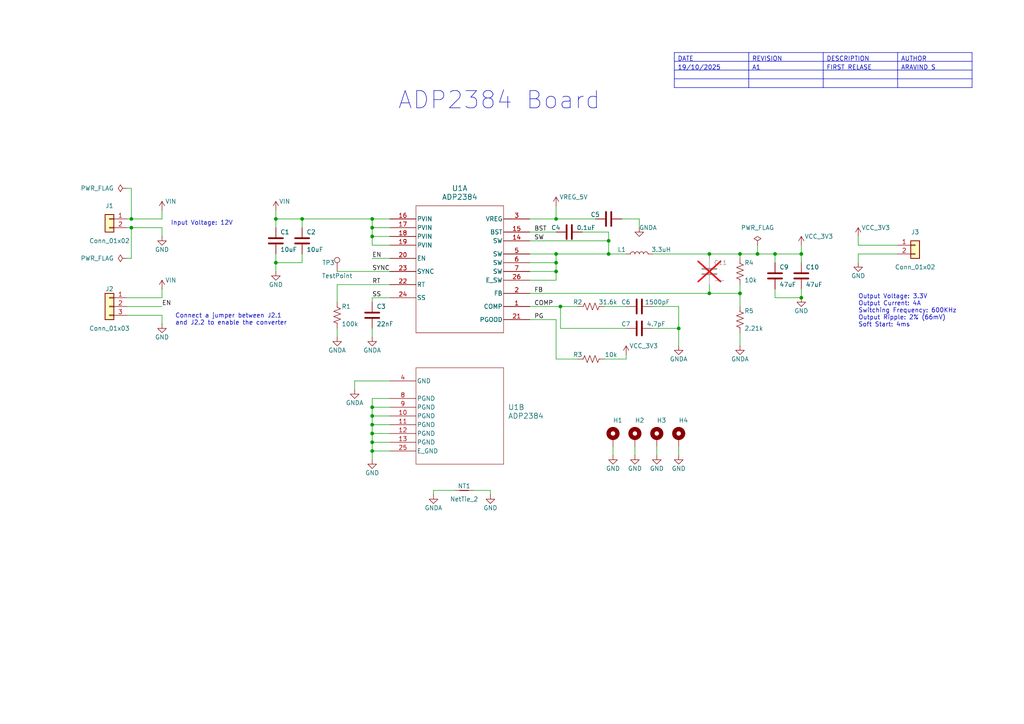
<source format=kicad_sch>
(kicad_sch (version 20250114) (generator "eeschema") (generator_version "9.0")
  (paper "A4")
  (title_block (title "ADB2384 EVL") (date "2025-10-19") (rev "A1") (company "ARD"))
  (lib_symbols
    (symbol "ADP2384:ADP2384" (pin_names (offset 0.254))
      (property "Reference" "U" (at 9.398 6.858 0))
      (property "Value" "ADP2384" (at 20.574 -34.036 0))
      (symbol "ADP2384_1_1"
        (polyline (pts (xy 7.62 5.08) (xy 7.62 -31.75)) (stroke (width 0.127)))
        (polyline (pts (xy 7.62 -31.75) (xy 33.02 -31.75)))
        (polyline (pts (xy 33.02 5.08) (xy 7.62 5.08)) (stroke (width 0.127)))
        (polyline (pts (xy 33.02 -31.75) (xy 33.02 5.08)) (stroke (width 0.127)))
        (pin power_in line (at 0 1.27 0) (length 7.62) (name "PVIN") (number "16"))
        (pin power_in line (at 0 -1.27 0) (length 7.62) (name "PVIN") (number "17"))
        (pin power_in line (at 0 -3.81 0) (length 7.62) (name "PVIN") (number "18"))
        (pin power_in line (at 0 -6.35 0) (length 7.62) (name "PVIN") (number "19"))
        (pin input line (at 0 -10.16 0) (length 7.62) (name "EN") (number "20"))
        (pin input line (at 0 -13.97 0) (length 7.62) (name "SYNC") (number "23"))
        (pin passive line (at 0 -17.78 0) (length 7.62) (name "RT") (number "22"))
        (pin passive line (at 0 -21.59 0) (length 7.62) (name "SS") (number "24"))
        (pin power_out line (at 40.64 1.27 180) (length 7.62) (name "VREG") (number "3"))
        (pin passive line (at 40.64 -2.54 180) (length 7.62) (name "BST") (number "15"))
        (pin passive line (at 40.64 -5.08 180) (length 7.62) (name "SW") (number "14"))
        (pin passive line (at 40.64 -8.89 180) (length 7.62) (name "SW") (number "5"))
        (pin passive line (at 40.64 -11.43 180) (length 7.62) (name "SW") (number "6"))
        (pin passive line (at 40.64 -13.97 180) (length 7.62) (name "SW") (number "7"))
        (pin passive line (at 40.64 -16.51 180) (length 7.62) (name "E_SW") (number "26"))
        (pin input line (at 40.64 -20.32 180) (length 7.62) (name "FB") (number "2"))
        (pin passive line (at 40.64 -24.13 180) (length 7.62) (name "COMP") (number "1"))
        (pin output line (at 40.64 -27.94 180) (length 7.62) (name "PGOOD") (number "21"))
      )
      (symbol "ADP2384_2_1"
        (polyline (pts (xy 7.62 1.27) (xy 7.62 -26.67)) (stroke (width 0.127)))
        (polyline (pts (xy 7.62 -26.67) (xy 33.02 -26.67)) (stroke (width 0.127)))
        (polyline (pts (xy 33.02 1.27) (xy 7.62 1.27)) (stroke (width 0.127)))
        (polyline (pts (xy 33.02 -26.67) (xy 33.02 1.27)) (stroke (width 0.127)))
        (pin power_in line (at 0 -2.54 0) (length 7.62) (name "GND") (number "4"))
        (pin power_in line (at 0 -7.62 0) (length 7.62) (name "PGND") (number "8"))
        (pin power_in line (at 0 -10.16 0) (length 7.62) (name "PGND") (number "9"))
        (pin power_in line (at 0 -12.7 0) (length 7.62) (name "PGND") (number "10"))
        (pin power_in line (at 0 -15.24 0) (length 7.62) (name "PGND") (number "11"))
        (pin power_in line (at 0 -17.78 0) (length 7.62) (name "PGND") (number "12"))
        (pin power_in line (at 0 -20.32 0) (length 7.62) (name "PGND") (number "13"))
        (pin power_in line (at 0 -22.86 0) (length 7.62) (name "E_GND") (number "25"))
      )
    )
    (symbol "ADP2384_1" (pin_names (offset 0.254))
      (property "Reference" "U" (at 9.398 6.858 0))
      (property "Value" "ADP2384" (at 20.574 -34.036 0))
      (symbol "ADP2384_1_1_1"
        (polyline (pts (xy 7.62 5.08) (xy 7.62 -31.75)) (stroke (width 0.127)))
        (polyline (pts (xy 7.62 -31.75) (xy 33.02 -31.75)))
        (polyline (pts (xy 33.02 5.08) (xy 7.62 5.08)) (stroke (width 0.127)))
        (polyline (pts (xy 33.02 -31.75) (xy 33.02 5.08)) (stroke (width 0.127)))
        (pin power_in line (at 0 1.27 0) (length 7.62) (name "PVIN") (number "16"))
        (pin power_in line (at 0 -1.27 0) (length 7.62) (name "PVIN") (number "17"))
        (pin power_in line (at 0 -3.81 0) (length 7.62) (name "PVIN") (number "18"))
        (pin power_in line (at 0 -6.35 0) (length 7.62) (name "PVIN") (number "19"))
        (pin input line (at 0 -10.16 0) (length 7.62) (name "EN") (number "20"))
        (pin input line (at 0 -13.97 0) (length 7.62) (name "SYNC") (number "23"))
        (pin passive line (at 0 -17.78 0) (length 7.62) (name "RT") (number "22"))
        (pin passive line (at 0 -21.59 0) (length 7.62) (name "SS") (number "24"))
        (pin power_out line (at 40.64 1.27 180) (length 7.62) (name "VREG") (number "3"))
        (pin passive line (at 40.64 -2.54 180) (length 7.62) (name "BST") (number "15"))
        (pin passive line (at 40.64 -5.08 180) (length 7.62) (name "SW") (number "14"))
        (pin passive line (at 40.64 -8.89 180) (length 7.62) (name "SW") (number "5"))
        (pin passive line (at 40.64 -11.43 180) (length 7.62) (name "SW") (number "6"))
        (pin passive line (at 40.64 -13.97 180) (length 7.62) (name "SW") (number "7"))
        (pin passive line (at 40.64 -16.51 180) (length 7.62) (name "E_SW") (number "26"))
        (pin input line (at 40.64 -20.32 180) (length 7.62) (name "FB") (number "2"))
        (pin passive line (at 40.64 -24.13 180) (length 7.62) (name "COMP") (number "1"))
        (pin output line (at 40.64 -27.94 180) (length 7.62) (name "PGOOD") (number "21"))
      )
      (symbol "ADP2384_1_2_1"
        (polyline (pts (xy 7.62 1.27) (xy 7.62 -26.67)) (stroke (width 0.127)))
        (polyline (pts (xy 7.62 -26.67) (xy 33.02 -26.67)) (stroke (width 0.127)))
        (polyline (pts (xy 33.02 1.27) (xy 7.62 1.27)) (stroke (width 0.127)))
        (polyline (pts (xy 33.02 -26.67) (xy 33.02 1.27)) (stroke (width 0.127)))
        (pin power_in line (at 0 -2.54 0) (length 7.62) (name "GND") (number "4"))
        (pin power_in line (at 0 -7.62 0) (length 7.62) (name "PGND") (number "8"))
        (pin power_in line (at 0 -10.16 0) (length 7.62) (name "PGND") (number "9"))
        (pin power_in line (at 0 -12.7 0) (length 7.62) (name "PGND") (number "10"))
        (pin power_in line (at 0 -15.24 0) (length 7.62) (name "PGND") (number "11"))
        (pin power_in line (at 0 -17.78 0) (length 7.62) (name "PGND") (number "12"))
        (pin power_in line (at 0 -20.32 0) (length 7.62) (name "PGND") (number "13"))
        (pin power_in line (at 0 -22.86 0) (length 7.62) (name "E_GND") (number "25"))
      )
    )
    (symbol "Connector:TestPoint" (pin_numbers (hide yes)) (pin_names (offset 0.762) (hide yes))
      (property "Reference" "TP" (at 0 6.858 0))
      (property "Value" "TestPoint" (at 0 5.08 0))
      (symbol "TestPoint_0_1"
        (circle (center 0 3.302) (radius 0.762))
      )
      (symbol "TestPoint_1_1"
        (pin passive line (at 0 0 90) (length 2.54) (name "1") (number "1"))
      )
    )
    (symbol "Connector_Generic:Conn_01x02" (pin_names (offset 1.016) (hide yes))
      (property "Reference" "J" (at 0 2.54 0))
      (property "Value" "Conn_01x02" (at 0 -5.08 0))
      (symbol "Conn_01x02_1_1"
        (rectangle (start -1.27 1.27) (end 1.27 -3.81) (stroke (width 0.254)) (fill (type background)))
        (rectangle (start -1.27 0.127) (end 0 -0.127) (stroke (width 0.1524)))
        (rectangle (start -1.27 -2.413) (end 0 -2.667) (stroke (width 0.1524)))
        (pin passive line (at -5.08 0 0) (length 3.81) (name "Pin_1") (number "1"))
        (pin passive line (at -5.08 -2.54 0) (length 3.81) (name "Pin_2") (number "2"))
      )
    )
    (symbol "Connector_Generic:Conn_01x03" (pin_names (offset 1.016) (hide yes))
      (property "Reference" "J" (at 0 5.08 0))
      (property "Value" "Conn_01x03" (at 0 -5.08 0))
      (symbol "Conn_01x03_1_1"
        (rectangle (start -1.27 3.81) (end 1.27 -3.81) (stroke (width 0.254)) (fill (type background)))
        (rectangle (start -1.27 2.667) (end 0 2.413) (stroke (width 0.1524)))
        (rectangle (start -1.27 0.127) (end 0 -0.127) (stroke (width 0.1524)))
        (rectangle (start -1.27 -2.413) (end 0 -2.667) (stroke (width 0.1524)))
        (pin passive line (at -5.08 2.54 0) (length 3.81) (name "Pin_1") (number "1"))
        (pin passive line (at -5.08 0 0) (length 3.81) (name "Pin_2") (number "2"))
        (pin passive line (at -5.08 -2.54 0) (length 3.81) (name "Pin_3") (number "3"))
      )
    )
    (symbol "Device:C" (pin_numbers (hide yes)) (pin_names (offset 0.254))
      (property "Reference" "C" (at 0.635 2.54 0))
      (property "Value" "C" (at 0.635 -2.54 0))
      (symbol "C_0_1"
        (polyline (pts (xy -2.032 0.762) (xy 2.032 0.762)) (stroke (width 0.508)))
        (polyline (pts (xy -2.032 -0.762) (xy 2.032 -0.762)) (stroke (width 0.508)))
      )
      (symbol "C_1_1"
        (pin passive line (at 0 3.81 270) (length 2.794) (name "~") (number "1"))
        (pin passive line (at 0 -3.81 90) (length 2.794) (name "~") (number "2"))
      )
    )
    (symbol "Device:L" (pin_numbers (hide yes)) (pin_names (offset 1.016) (hide yes))
      (property "Reference" "L" (at -1.27 0 90))
      (property "Value" "L" (at 1.905 0 90))
      (symbol "L_0_1"
        (arc (start 0 2.54) (mid 0.6323 1.905) (end 0 1.27))
        (arc (start 0 1.27) (mid 0.6323 0.635) (end 0 0))
        (arc (start 0 0) (mid 0.6323 -0.635) (end 0 -1.27))
        (arc (start 0 -1.27) (mid 0.6323 -1.905) (end 0 -2.54))
      )
      (symbol "L_1_1"
        (pin passive line (at 0 3.81 270) (length 1.27) (name "1") (number "1"))
        (pin passive line (at 0 -3.81 90) (length 1.27) (name "2") (number "2"))
      )
    )
    (symbol "Device:NetTie_2" (pin_numbers (hide yes)) (pin_names (offset 0) (hide yes)) (in_bom no)
      (property "Reference" "NT" (at 0 1.27 0))
      (property "Value" "NetTie_2" (at 0 -1.27 0))
      (symbol "NetTie_2_0_1"
        (polyline (pts (xy -1.27 0) (xy 1.27 0)) (stroke (width 0.254)))
      )
      (symbol "NetTie_2_1_1"
        (pin passive line (at -2.54 0 0) (length 2.54) (name "1") (number "1"))
        (pin passive line (at 2.54 0 180) (length 2.54) (name "2") (number "2"))
      )
    )
    (symbol "Device:R_US" (pin_numbers (hide yes)) (pin_names (offset 0))
      (property "Reference" "R" (at 2.54 0 90))
      (property "Value" "R_US" (at -2.54 0 90))
      (symbol "R_US_0_1"
        (polyline (pts (xy 0 2.286) (xy 0 2.54)))
        (polyline (pts (xy 0 2.286) (xy 1.016 1.905) (xy 0 1.524) (xy -1.016 1.143) (xy 0 0.762)))
        (polyline (pts (xy 0 0.762) (xy 1.016 0.381) (xy 0 0) (xy -1.016 -0.381) (xy 0 -0.762)))
        (polyline (pts (xy 0 -0.762) (xy 1.016 -1.143) (xy 0 -1.524) (xy -1.016 -1.905) (xy 0 -2.286)))
        (polyline (pts (xy 0 -2.286) (xy 0 -2.54)))
      )
      (symbol "R_US_1_1"
        (pin passive line (at 0 3.81 270) (length 1.27) (name "~") (number "1"))
        (pin passive line (at 0 -3.81 90) (length 1.27) (name "~") (number "2"))
      )
    )
    (symbol "Mechanical:MountingHole_Pad" (pin_numbers (hide yes)) (pin_names (offset 1.016) (hide yes)) (in_bom no)
      (property "Reference" "H" (at 0 6.35 0))
      (property "Value" "MountingHole_Pad" (at 0 4.445 0))
      (symbol "MountingHole_Pad_0_1"
        (circle (center 0 1.27) (radius 1.27) (stroke (width 1.27)))
      )
      (symbol "MountingHole_Pad_1_1"
        (pin input line (at 0 -2.54 90) (length 2.54) (name "1") (number "1"))
      )
    )
    (symbol "power:+3.3V" (power) (pin_numbers (hide yes)) (pin_names (offset 0) (hide yes))
      (property "Value" "+3.3V" (at 0 3.556 0))
      (symbol "+3.3V_0_1"
        (polyline (pts (xy -0.762 1.27) (xy 0 2.54)))
        (polyline (pts (xy 0 2.54) (xy 0.762 1.27)))
        (polyline (pts (xy 0 0) (xy 0 2.54)))
      )
      (symbol "+3.3V_1_1"
        (pin power_in line (at 0 0 90) (length 0) (name "~") (number "1"))
      )
    )
    (symbol "power:+5V" (power) (pin_numbers (hide yes)) (pin_names (offset 0) (hide yes))
      (property "Value" "+5V" (at 0 3.556 0))
      (symbol "+5V_0_1"
        (polyline (pts (xy -0.762 1.27) (xy 0 2.54)))
        (polyline (pts (xy 0 2.54) (xy 0.762 1.27)))
        (polyline (pts (xy 0 0) (xy 0 2.54)))
      )
      (symbol "+5V_1_1"
        (pin power_in line (at 0 0 90) (length 0) (name "~") (number "1"))
      )
    )
    (symbol "power:GND" (power) (pin_numbers (hide yes)) (pin_names (offset 0) (hide yes))
      (property "Value" "GND" (at 0 -3.81 0))
      (symbol "GND_0_1"
        (polyline (pts (xy 0 0) (xy 0 -1.27) (xy 1.27 -1.27) (xy 0 -2.54) (xy -1.27 -1.27) (xy 0 -1.27)))
      )
      (symbol "GND_1_1"
        (pin power_in line (at 0 0 270) (length 0) (name "~") (number "1"))
      )
    )
    (symbol "power:GNDA" (power) (pin_numbers (hide yes)) (pin_names (offset 0) (hide yes))
      (property "Value" "GNDA" (at 0 -3.81 0))
      (symbol "GNDA_0_1"
        (polyline (pts (xy 0 0) (xy 0 -1.27) (xy 1.27 -1.27) (xy 0 -2.54) (xy -1.27 -1.27) (xy 0 -1.27)))
      )
      (symbol "GNDA_1_1"
        (pin power_in line (at 0 0 270) (length 0) (name "~") (number "1"))
      )
    )
    (symbol "power:PWR_FLAG" (power) (pin_numbers (hide yes)) (pin_names (offset 0) (hide yes))
      (property "Value" "PWR_FLAG" (at 0 3.81 0))
      (symbol "PWR_FLAG_0_0"
        (pin power_out line (at 0 0 90) (length 0) (name "~") (number "1"))
      )
      (symbol "PWR_FLAG_0_1"
        (polyline (pts (xy 0 0) (xy 0 1.27) (xy -1.016 1.905) (xy 0 2.54) (xy 1.016 1.905) (xy 0 1.27)))
      )
    )
    (symbol "power:VCC" (power) (pin_numbers (hide yes)) (pin_names (offset 0) (hide yes))
      (property "Value" "VCC" (at 0 3.556 0))
      (symbol "VCC_0_1"
        (polyline (pts (xy -0.762 1.27) (xy 0 2.54)))
        (polyline (pts (xy 0 2.54) (xy 0.762 1.27)))
        (polyline (pts (xy 0 0) (xy 0 2.54)))
      )
      (symbol "VCC_1_1"
        (pin power_in line (at 0 0 90) (length 0) (name "~") (number "1"))
      )
    )
  )
  (text "ADP2384 Board" (at 144.78 29.21 0) (effects (font (size 5 5))))
  (text "Output Voltage: 3.3V\nOutput Current: 4A\nSwitching Frequency: 600KHz\nOutput Ripple: 2% (66mV)\nSoft Start: 4ms\n" (at 248.92 90.17 0) (effects (font (size 1.27 1.27)) (justify left)))
  (text "Connect a jumper between J2.1 \nand J2.2 to enable the converter" (at 50.8 92.71 0) (effects (font (size 1.27 1.27)) (justify left)))
  (text "Input Voltage: 12V" (at 49.53 64.77 0) (effects (font (size 1.27 1.27)) (justify left)))
  (junction (at 162.56 88.9))
  (junction (at 161.29 76.2))
  (junction (at 214.63 73.66))
  (junction (at 196.85 95.25))
  (junction (at 107.95 128.27))
  (junction (at 87.63 63.5))
  (junction (at 161.29 73.66))
  (junction (at 38.1 63.5))
  (junction (at 232.41 73.66))
  (junction (at 80.01 63.5))
  (junction (at 107.95 63.5))
  (junction (at 80.01 76.2))
  (junction (at 176.53 73.66))
  (junction (at 214.63 85.09))
  (junction (at 232.41 86.36))
  (junction (at 205.74 73.66))
  (junction (at 161.29 78.74))
  (junction (at 176.53 69.85))
  (junction (at 107.95 125.73))
  (junction (at 107.95 118.11))
  (junction (at 107.95 130.81))
  (junction (at 107.95 120.65))
  (junction (at 107.95 68.58))
  (junction (at 224.79 73.66))
  (junction (at 205.74 85.09))
  (junction (at 107.95 66.04))
  (junction (at 161.29 63.5))
  (junction (at 219.71 73.66))
  (junction (at 107.95 123.19))
  (junction (at 38.1 66.04))
  (wire (pts (xy 107.95 68.58) (xy 113.03 68.58)))
  (wire (pts (xy 153.67 88.9) (xy 162.56 88.9)))
  (wire (pts (xy 38.1 74.93) (xy 38.1 66.04)))
  (wire (pts (xy 189.23 73.66) (xy 205.74 73.66)))
  (wire (pts (xy 224.79 83.82) (xy 224.79 86.36)))
  (wire (pts (xy 224.79 86.36) (xy 232.41 86.36)))
  (wire (pts (xy 46.99 60.96) (xy 46.99 63.5)))
  (wire (pts (xy 224.79 76.2) (xy 224.79 73.66)))
  (wire (pts (xy 107.95 130.81) (xy 113.03 130.81)))
  (wire (pts (xy 113.03 86.36) (xy 107.95 86.36)))
  (wire (pts (xy 184.15 132.08) (xy 184.15 129.54)))
  (wire (pts (xy 107.95 125.73) (xy 113.03 125.73)))
  (wire (pts (xy 181.61 95.25) (xy 162.56 95.25)))
  (wire (pts (xy 107.95 130.81) (xy 107.95 128.27)))
  (wire (pts (xy 36.83 88.9) (xy 46.99 88.9)))
  (wire (pts (xy 38.1 54.61) (xy 36.83 54.61)))
  (wire (pts (xy 80.01 63.5) (xy 80.01 66.04)))
  (wire (pts (xy 161.29 92.71) (xy 161.29 104.14)))
  (wire (pts (xy 189.23 95.25) (xy 196.85 95.25)))
  (wire (pts (xy 176.53 67.31) (xy 176.53 69.85)))
  (wire (pts (xy 162.56 88.9) (xy 167.64 88.9)))
  (wire (pts (xy 87.63 73.66) (xy 87.63 76.2)))
  (wire (pts (xy 97.79 78.74) (xy 113.03 78.74)))
  (wire (pts (xy 36.83 86.36) (xy 46.99 86.36)))
  (wire (pts (xy 196.85 88.9) (xy 196.85 95.25)))
  (wire (pts (xy 107.95 86.36) (xy 107.95 87.63)))
  (wire (pts (xy 107.95 125.73) (xy 107.95 123.19)))
  (wire (pts (xy 248.92 73.66) (xy 260.35 73.66)))
  (wire (pts (xy 196.85 95.25) (xy 196.85 100.33)))
  (wire (pts (xy 214.63 73.66) (xy 219.71 73.66)))
  (wire (pts (xy 107.95 120.65) (xy 107.95 123.19)))
  (wire (pts (xy 214.63 85.09) (xy 214.63 88.9)))
  (wire (pts (xy 132.08 142.24) (xy 125.73 142.24)))
  (wire (pts (xy 181.61 104.14) (xy 175.26 104.14)))
  (wire (pts (xy 181.61 102.87) (xy 181.61 104.14)))
  (wire (pts (xy 205.74 73.66) (xy 205.74 74.93)))
  (wire (pts (xy 190.5 132.08) (xy 190.5 129.54)))
  (wire (pts (xy 107.95 125.73) (xy 107.95 128.27)))
  (wire (pts (xy 113.03 82.55) (xy 97.79 82.55)))
  (wire (pts (xy 107.95 66.04) (xy 107.95 63.5)))
  (wire (pts (xy 38.1 54.61) (xy 38.1 63.5)))
  (wire (pts (xy 107.95 123.19) (xy 113.03 123.19)))
  (wire (pts (xy 219.71 71.12) (xy 219.71 73.66)))
  (wire (pts (xy 125.73 142.24) (xy 125.73 143.51)))
  (wire (pts (xy 214.63 73.66) (xy 214.63 74.93)))
  (wire (pts (xy 214.63 82.55) (xy 214.63 85.09)))
  (wire (pts (xy 87.63 66.04) (xy 87.63 63.5)))
  (wire (pts (xy 137.16 142.24) (xy 142.24 142.24)))
  (wire (pts (xy 107.95 118.11) (xy 107.95 120.65)))
  (wire (pts (xy 80.01 63.5) (xy 87.63 63.5)))
  (wire (pts (xy 153.67 85.09) (xy 205.74 85.09)))
  (wire (pts (xy 219.71 73.66) (xy 224.79 73.66)))
  (wire (pts (xy 153.67 78.74) (xy 161.29 78.74)))
  (wire (pts (xy 205.74 85.09) (xy 214.63 85.09)))
  (wire (pts (xy 162.56 88.9) (xy 162.56 95.25)))
  (wire (pts (xy 176.53 73.66) (xy 181.61 73.66)))
  (wire (pts (xy 161.29 63.5) (xy 172.72 63.5)))
  (wire (pts (xy 153.67 92.71) (xy 161.29 92.71)))
  (wire (pts (xy 107.95 120.65) (xy 113.03 120.65)))
  (wire (pts (xy 102.87 110.49) (xy 102.87 113.03)))
  (wire (pts (xy 161.29 104.14) (xy 167.64 104.14)))
  (wire (pts (xy 161.29 73.66) (xy 176.53 73.66)))
  (wire (pts (xy 46.99 66.04) (xy 46.99 68.58)))
  (wire (pts (xy 80.01 60.96) (xy 80.01 63.5)))
  (wire (pts (xy 180.34 63.5) (xy 185.42 63.5)))
  (wire (pts (xy 176.53 67.31) (xy 168.91 67.31)))
  (wire (pts (xy 224.79 73.66) (xy 232.41 73.66)))
  (wire (pts (xy 161.29 81.28) (xy 161.29 78.74)))
  (wire (pts (xy 248.92 73.66) (xy 248.92 76.2)))
  (wire (pts (xy 80.01 73.66) (xy 80.01 76.2)))
  (wire (pts (xy 107.95 133.35) (xy 107.95 130.81)))
  (wire (pts (xy 107.95 128.27) (xy 113.03 128.27)))
  (wire (pts (xy 113.03 71.12) (xy 107.95 71.12)))
  (wire (pts (xy 46.99 91.44) (xy 46.99 93.98)))
  (wire (pts (xy 46.99 83.82) (xy 46.99 86.36)))
  (wire (pts (xy 177.8 132.08) (xy 177.8 129.54)))
  (wire (pts (xy 38.1 63.5) (xy 46.99 63.5)))
  (wire (pts (xy 107.95 66.04) (xy 113.03 66.04)))
  (wire (pts (xy 36.83 66.04) (xy 38.1 66.04)))
  (wire (pts (xy 205.74 73.66) (xy 214.63 73.66)))
  (wire (pts (xy 107.95 118.11) (xy 113.03 118.11)))
  (wire (pts (xy 185.42 63.5) (xy 185.42 66.04)))
  (wire (pts (xy 36.83 63.5) (xy 38.1 63.5)))
  (wire (pts (xy 205.74 82.55) (xy 205.74 85.09)))
  (wire (pts (xy 189.23 88.9) (xy 196.85 88.9)))
  (wire (pts (xy 80.01 76.2) (xy 80.01 78.74)))
  (wire (pts (xy 248.92 71.12) (xy 260.35 71.12)))
  (wire (pts (xy 107.95 74.93) (xy 113.03 74.93)))
  (wire (pts (xy 38.1 66.04) (xy 46.99 66.04)))
  (wire (pts (xy 161.29 63.5) (xy 161.29 59.69)))
  (wire (pts (xy 107.95 115.57) (xy 107.95 118.11)))
  (wire (pts (xy 153.67 81.28) (xy 161.29 81.28)))
  (wire (pts (xy 232.41 86.36) (xy 232.41 83.82)))
  (wire (pts (xy 97.79 95.25) (xy 97.79 97.79)))
  (wire (pts (xy 175.26 88.9) (xy 181.61 88.9)))
  (wire (pts (xy 161.29 73.66) (xy 153.67 73.66)))
  (wire (pts (xy 214.63 96.52) (xy 214.63 100.33)))
  (wire (pts (xy 107.95 95.25) (xy 107.95 97.79)))
  (wire (pts (xy 196.85 132.08) (xy 196.85 129.54)))
  (wire (pts (xy 87.63 63.5) (xy 107.95 63.5)))
  (wire (pts (xy 80.01 76.2) (xy 87.63 76.2)))
  (wire (pts (xy 176.53 69.85) (xy 176.53 73.66)))
  (wire (pts (xy 248.92 68.58) (xy 248.92 71.12)))
  (wire (pts (xy 153.67 69.85) (xy 176.53 69.85)))
  (wire (pts (xy 232.41 71.12) (xy 232.41 73.66)))
  (wire (pts (xy 107.95 68.58) (xy 107.95 71.12)))
  (wire (pts (xy 36.83 91.44) (xy 46.99 91.44)))
  (wire (pts (xy 232.41 76.2) (xy 232.41 73.66)))
  (wire (pts (xy 142.24 142.24) (xy 142.24 143.51)))
  (wire (pts (xy 97.79 82.55) (xy 97.79 87.63)))
  (wire (pts (xy 107.95 66.04) (xy 107.95 68.58)))
  (wire (pts (xy 36.83 74.93) (xy 38.1 74.93)))
  (wire (pts (xy 107.95 115.57) (xy 113.03 115.57)))
  (wire (pts (xy 153.67 63.5) (xy 161.29 63.5)))
  (wire (pts (xy 161.29 73.66) (xy 161.29 76.2)))
  (wire (pts (xy 107.95 63.5) (xy 113.03 63.5)))
  (wire (pts (xy 153.67 67.31) (xy 161.29 67.31)))
  (wire (pts (xy 102.87 110.49) (xy 113.03 110.49)))
  (wire (pts (xy 161.29 76.2) (xy 153.67 76.2)))
  (wire (pts (xy 161.29 76.2) (xy 161.29 78.74)))
  (table (column_count 4) (border (external yes) (header yes)) (separators (rows yes) (cols yes)) (column_widths 21.59 21.59 21.59 21.59) (row_heights 2.54 2.54 2.54 2.54) (cells (table_cell "DATE" (at 195.58 15.24 0) (size 21.59 2.54) (margins 0.9525 0.9525 0.9525 0.9525) (span 1 1)) (table_cell "REVISION" (at 217.17 15.24 0) (size 21.59 2.54) (margins 0.9525 0.9525 0.9525 0.9525) (span 1 1)) (table_cell "DESCRIPTION" (at 238.76 15.24 0) (size 21.59 2.54) (margins 0.9525 0.9525 0.9525 0.9525) (span 1 1)) (table_cell "AUTHOR" (at 260.35 15.24 0) (size 21.59 2.54) (margins 0.9525 0.9525 0.9525 0.9525) (span 1 1)) (table_cell "19/10/2025" (at 195.58 17.78 0) (size 21.59 2.54) (margins 0.9525 0.9525 0.9525 0.9525) (span 1 1)) (table_cell "A1" (at 217.17 17.78 0) (size 21.59 2.54) (margins 0.9525 0.9525 0.9525 0.9525) (span 1 1)) (table_cell "FIRST RELASE" (at 238.76 17.78 0) (size 21.59 2.54) (margins 0.9525 0.9525 0.9525 0.9525) (span 1 1)) (table_cell "ARAVIND S" (at 260.35 17.78 0) (size 21.59 2.54) (margins 0.9525 0.9525 0.9525 0.9525) (span 1 1)) (table_cell "" (at 195.58 20.32 0) (size 21.59 2.54) (margins 0.9525 0.9525 0.9525 0.9525) (span 1 1)) (table_cell "" (at 217.17 20.32 0) (size 21.59 2.54) (margins 0.9525 0.9525 0.9525 0.9525) (span 1 1)) (table_cell "" (at 238.76 20.32 0) (size 21.59 2.54) (margins 0.9525 0.9525 0.9525 0.9525) (span 1 1)) (table_cell "" (at 260.35 20.32 0) (size 21.59 2.54) (margins 0.9525 0.9525 0.9525 0.9525) (span 1 1)) (table_cell "" (at 195.58 22.86 0) (size 21.59 2.54) (margins 0.9525 0.9525 0.9525 0.9525) (span 1 1)) (table_cell "" (at 217.17 22.86 0) (size 21.59 2.54) (margins 0.9525 0.9525 0.9525 0.9525) (span 1 1)) (table_cell "" (at 238.76 22.86 0) (size 21.59 2.54) (margins 0.9525 0.9525 0.9525 0.9525) (span 1 1)) (table_cell "" (at 260.35 22.86 0) (size 21.59 2.54) (margins 0.9525 0.9525 0.9525 0.9525) (span 1 1))))
  (label "SYNC" (at 107.95 78.74 0))
  (label "SS" (at 107.95 86.36 0))
  (label "COMP" (at 154.94 88.9 0))
  (label "EN" (at 46.99 88.9 0))
  (label "RT" (at 107.95 82.55 0))
  (label "BST" (at 154.94 67.31 0))
  (label "SW" (at 154.94 69.85 0))
  (label "PG" (at 154.94 92.71 0))
  (label "EN" (at 107.95 74.93 0))
  (label "FB" (at 154.94 85.09 0))
  (symbol (lib_id "Device:C") (at 232.41 80.01 180) (unit 1)
    (property "Reference" "C10" (at 233.68 77.47 0) (effects (justify right)))
    (property "Value" "47uF" (at 233.68 82.55 0) (effects (justify right)))
    (property "Footprint" "Capacitor_SMD:C_1206_3216Metric" (effects (hide yes)))
    (property "Datasheet" "https://pim.murata.com/en-sg/pim/details/?partNum=GRM31CR61A476ME15%23" (effects (hide yes)))
    (property "Description" "Cap, Cer-X5R, 47uF, 10Vdc, 20%, 1206" (effects (hide yes)))
    (property "Mfg" "Murata Electronics" (effects (hide yes)))
    (property "Mfg Part No" "GRM31CR61A476ME15L" (effects (hide yes)))
  )
  (symbol (lib_id "power:GND") (at 46.99 68.58 0) (unit 1)
    (property "Reference" "#PWR02" (effects (hide yes)))
    (property "Value" "GND" (at 46.99 72.39 0))
    (property "Description" "Power symbol creates a global label with name \"GND\" , ground" (effects (hide yes)))
  )
  (symbol (lib_id "power:VCC") (at 80.01 60.96 0) (unit 1)
    (property "Reference" "#PWR05" (effects (hide yes)))
    (property "Value" "VIN" (at 82.55 58.42 0))
    (property "Description" "Power symbol creates a global label with name \"VCC\"" (effects (hide yes)))
  )
  (symbol (lib_id "Device:L") (at 185.42 73.66 90) (unit 1)
    (property "Reference" "L1" (at 180.34 72.39 90))
    (property "Value" "3.3uH" (at 191.77 72.39 90))
    (property "Footprint" "IHLP-4040DZ-01:IND_IHLP-4040DZ_VIS" (effects (hide yes)))
    (property "Datasheet" "https://www.vishay.com/docs/34193/ihlp-4040dz-01.pdf" (effects (hide yes)))
    (property "Description" "Ind, 3.3uH, 20%, 18.6A, 14.4mE, Shielded, SMD" (effects (hide yes)))
    (property "Mfg" "Vishay Dale" (effects (hide yes)))
    (property "Mfg Part No" "IHLP4040DZER3R3M01" (effects (hide yes)))
  )
  (symbol (lib_id "Connector:TestPoint") (at 97.79 78.74 0) (unit 1) (in_bom no)
    (property "Reference" "TP3" (at 95.25 76.2 0))
    (property "Value" "TestPoint" (at 97.79 80.01 0))
    (property "Footprint" "TestPoint:TestPoint_Pad_D1.0mm" (effects (hide yes)))
    (property "Description" "Test Point, Round, Dia=1.00mm, SMD" (effects (hide yes)))
    (property "Mfg" "NA" (effects (hide yes)))
    (property "Mfg Part No" "NA" (effects (hide yes)))
  )
  (symbol (lib_id "power:VCC") (at 46.99 60.96 0) (unit 1)
    (property "Reference" "#PWR01" (effects (hide yes)))
    (property "Value" "VIN" (at 49.53 58.42 0))
    (property "Description" "Power symbol creates a global label with name \"VCC\"" (effects (hide yes)))
  )
  (symbol (lib_id "power:GND") (at 196.85 132.08 0) (unit 1)
    (property "Reference" "#PWR022" (effects (hide yes)))
    (property "Value" "GND" (at 196.85 135.89 0))
    (property "Description" "Power symbol creates a global label with name \"GND\" , ground" (effects (hide yes)))
  )
  (symbol (lib_id "Device:NetTie_2") (at 134.62 142.24 0) (unit 1) (in_bom no)
    (property "Reference" "NT1" (at 134.62 140.97 0))
    (property "Value" "NetTie_2" (at 134.62 144.78 0))
    (property "Footprint" "NetTie:NetTie-2_THT_Pad0.3mm" (effects (hide yes)))
    (property "Description" "Net Tie, 2-Pin, SMD" (effects (hide yes)))
    (property "Mfg" "NA" (effects (hide yes)))
    (property "Mfg Part No" "NA" (effects (hide yes)))
  )
  (symbol (lib_id "power:GND") (at 46.99 93.98 0) (unit 1)
    (property "Reference" "#PWR04" (effects (hide yes)))
    (property "Value" "GND" (at 46.99 97.79 0))
    (property "Description" "Power symbol creates a global label with name \"GND\" , ground" (effects (hide yes)))
  )
  (symbol (lib_id "power:GND") (at 248.92 76.2 0) (unit 1)
    (property "Reference" "#PWR018" (effects (hide yes)))
    (property "Value" "GND" (at 248.92 80.01 0))
    (property "Description" "Power symbol creates a global label with name \"GND\" , ground" (effects (hide yes)))
  )
  (symbol (lib_id "Device:C") (at 80.01 69.85 180) (unit 1)
    (property "Reference" "C1" (at 81.28 67.31 0) (effects (justify right)))
    (property "Value" "10uF" (at 81.28 72.39 0) (effects (justify right)))
    (property "Footprint" "Capacitor_SMD:C_1206_3216Metric" (effects (hide yes)))
    (property "Datasheet" "https://product.samsungsem.com/mlcc/CL31B106KAHNNN.do" (effects (hide yes)))
    (property "Description" "Cap, Cer-X7R, 10uF, 25Vdc, 10%, 1206" (effects (hide yes)))
    (property "Mfg" "Samsung Electro-Mechanics" (effects (hide yes)))
    (property "Mfg Part No" "CL31B106KAHNNNE" (effects (hide yes)))
  )
  (symbol (lib_id "Device:C") (at 87.63 69.85 180) (unit 1)
    (property "Reference" "C2" (at 88.9 67.31 0) (effects (justify right)))
    (property "Value" "10uF" (at 88.9 72.39 0) (effects (justify right)))
    (property "Footprint" "Capacitor_SMD:C_1206_3216Metric" (effects (hide yes)))
    (property "Datasheet" "https://product.samsungsem.com/mlcc/CL31B106KAHNNN.do" (effects (hide yes)))
    (property "Description" "Cap, Cer-X7R, 10uF, 25Vdc, 10%, 1206" (effects (hide yes)))
    (property "Mfg" "Samsung Electro-Mechanics" (effects (hide yes)))
    (property "Mfg Part No" "CL31B106KAHNNNE" (effects (hide yes)))
  )
  (symbol (lib_id "power:PWR_FLAG") (at 219.71 71.12 0) (unit 1)
    (property "Reference" "#FLG02" (effects (hide yes)))
    (property "Value" "PWR_FLAG" (at 219.71 66.04 0))
    (property "Description" "Special symbol for telling ERC where power comes from" (effects (hide yes)))
  )
  (symbol (lib_id "Device:R_US") (at 171.45 88.9 90) (unit 1)
    (property "Reference" "R2" (at 168.91 87.63 90) (effects (justify left)))
    (property "Value" "31.6k" (at 179.07 87.63 90) (effects (justify left)))
    (property "Footprint" "Resistor_SMD:R_0603_1608Metric" (effects (hide yes)))
    (property "Datasheet" "https://www.vishay.com/docs/20035/dcrcwe3.pdf" (effects (hide yes)))
    (property "Description" "Res, Chip, 31.6k, 1%, 1/8W, AEC-Q200, 0603" (effects (hide yes)))
    (property "Mfg" "Vishay Dale" (effects (hide yes)))
    (property "Mfg Part No" "CRCW060331K6FKEA" (effects (hide yes)))
  )
  (symbol (lib_id "Device:C") (at 224.79 80.01 180) (unit 1)
    (property "Reference" "C9" (at 226.06 77.47 0) (effects (justify right)))
    (property "Value" "47uF" (at 226.06 82.55 0) (effects (justify right)))
    (property "Footprint" "Capacitor_SMD:C_1206_3216Metric" (effects (hide yes)))
    (property "Datasheet" "https://pim.murata.com/en-sg/pim/details/?partNum=GRM31CR61A476ME15%23" (effects (hide yes)))
    (property "Description" "Cap, Cer-X5R, 47uF, 10Vdc, 20%, 1206" (effects (hide yes)))
    (property "Mfg" "Murata Electronics" (effects (hide yes)))
    (property "Mfg Part No" "GRM31CR61A476ME15L" (effects (hide yes)))
  )
  (symbol (lib_id "power:GNDA") (at 196.85 100.33 0) (unit 1)
    (property "Reference" "#PWR014" (effects (hide yes)))
    (property "Value" "GNDA" (at 196.85 104.14 0))
    (property "Description" "Power symbol creates a global label with name \"GNDA\" , analog ground" (effects (hide yes)))
  )
  (symbol (lib_name "ADP2384_1") (lib_id "ADP2384:ADP2384") (at 113.03 64.77 0) (unit 1)
    (property "Reference" "U1" (at 133.35 54.61 0) (effects (font (size 1.524 1.524))))
    (property "Value" "ADP2384" (at 133.35 57.15 0) (effects (font (size 1.524 1.524))))
    (property "Footprint" "ADP2384:CP_24_12_ADI" (effects (hide yes)))
    (property "Datasheet" "https://www.analog.com/media/en/technical-documentation/data-sheets/ADP2384.pdf" (effects (hide yes)))
    (property "Description" "IC, Power, 0.45V-20V, 0.6-18V, 4A, QFN-24" (effects (hide yes)))
    (property "Sim.Library" "D:\\Programs_SW\\ADI\\LTSpice\\lib\\lib\\sub\\ADP2384.sub" (effects (hide yes)))
    (property "Mfg" "Analog Devices Inc." (effects (hide yes)))
    (property "Mfg Part No" "ADP2384ACPZN-R7" (effects (hide yes)))
  )
  (symbol (lib_id "Device:R_US") (at 214.63 78.74 0) (unit 1)
    (property "Reference" "R4" (at 215.9 76.2 0) (effects (justify left)))
    (property "Value" "10k" (at 215.9 81.28 0) (effects (justify left)))
    (property "Footprint" "Resistor_SMD:R_0603_1608Metric" (effects (hide yes)))
    (property "Datasheet" "https://www.vishay.com/docs/20035/dcrcwe3.pdf" (effects (hide yes)))
    (property "Description" "Res, Chip, 10k, 1%, 1/8W, AEC-Q200, 0603" (effects (hide yes)))
    (property "Mfg" "Vishay Dale" (effects (hide yes)))
    (property "Mfg Part No" "CRCW060310K0FKEA" (effects (hide yes)))
  )
  (symbol (lib_id "Device:R_US") (at 171.45 104.14 90) (unit 1)
    (property "Reference" "R3" (at 168.91 102.87 90) (effects (justify left)))
    (property "Value" "10k" (at 179.07 102.87 90) (effects (justify left)))
    (property "Footprint" "Resistor_SMD:R_0603_1608Metric" (effects (hide yes)))
    (property "Datasheet" "https://www.vishay.com/docs/20035/dcrcwe3.pdf" (effects (hide yes)))
    (property "Description" "Res, Chip, 10k, 1%, 1/8W, AEC-Q200, 0603" (effects (hide yes)))
    (property "Mfg" "Vishay Dale" (effects (hide yes)))
    (property "Mfg Part No" "CRCW060310K0FKEA" (effects (hide yes)))
  )
  (symbol (lib_id "power:GNDA") (at 97.79 97.79 0) (unit 1)
    (property "Reference" "#PWR07" (effects (hide yes)))
    (property "Value" "GNDA" (at 97.79 101.6 0))
    (property "Description" "Power symbol creates a global label with name \"GNDA\" , analog ground" (effects (hide yes)))
  )
  (symbol (lib_id "Device:R_US") (at 214.63 92.71 0) (unit 1)
    (property "Reference" "R5" (at 215.9 90.17 0) (effects (justify left)))
    (property "Value" "2.21k" (at 215.9 95.25 0) (effects (justify left)))
    (property "Footprint" "Resistor_SMD:R_0603_1608Metric" (effects (hide yes)))
    (property "Datasheet" "https://www.vishay.com/docs/20035/dcrcwe3.pdf" (effects (hide yes)))
    (property "Description" "Res, Chip, 2.21k, 1%, 1/8W, AEC-Q200, 0603" (effects (hide yes)))
    (property "Mfg" "Vishay Dale" (effects (hide yes)))
    (property "Mfg Part No" "CRCW06032K21FKEA" (effects (hide yes)))
  )
  (symbol (lib_id "power:+5V") (at 161.29 59.69 0) (unit 1)
    (property "Reference" "#PWR010" (effects (hide yes)))
    (property "Value" "VREG_5V" (at 166.37 57.15 0))
    (property "Description" "Power symbol creates a global label with name \"+5V\"" (effects (hide yes)))
  )
  (symbol (lib_id "power:GNDA") (at 107.95 97.79 0) (unit 1)
    (property "Reference" "#PWR08" (effects (hide yes)))
    (property "Value" "GNDA" (at 107.95 101.6 0))
    (property "Description" "Power symbol creates a global label with name \"GNDA\" , analog ground" (effects (hide yes)))
  )
  (symbol (lib_id "Device:C") (at 185.42 95.25 270) (unit 1)
    (property "Reference" "C7" (at 182.88 93.98 90) (effects (justify right)))
    (property "Value" "4.7pF" (at 193.04 93.98 90) (effects (justify right)))
    (property "Footprint" "Capacitor_SMD:C_0603_1608Metric" (effects (hide yes)))
    (property "Datasheet" "https://www.yageogroup.com/download/specsheet/CC0603CRNPO9BN4R7" (effects (hide yes)))
    (property "Description" "Cap, Cer-C0G, 4.7pF, 50Vdc, +/-0.25pF, 0603" (effects (hide yes)))
    (property "Mfg" "YAGEO" (effects (hide yes)))
    (property "Mfg Part No" "CC0603CPNPO9BN4R7" (effects (hide yes)))
  )
  (symbol (lib_id "Mechanical:MountingHole_Pad") (at 184.15 127 0) (unit 1) (in_bom no)
    (property "Reference" "H2" (at 184.15 121.92 0) (effects (justify left)))
    (property "Value" "MountingHole_Pad" (effects (hide yes)))
    (property "Footprint" "MountingHole:MountingHole_3.2mm_M3_DIN965_Pad_TopBottom" (effects (hide yes)))
    (property "Description" "MH, M3, Hole=3.2mm, TH" (effects (hide yes)))
    (property "Mfg" "NA" (effects (hide yes)))
    (property "Mfg Part No" "NA" (effects (hide yes)))
  )
  (symbol (lib_id "power:PWR_FLAG") (at 36.83 74.93 90) (unit 1)
    (property "Reference" "#FLG03" (effects (hide yes)))
    (property "Value" "PWR_FLAG" (at 33.02 74.93 90) (effects (justify left)))
    (property "Description" "Special symbol for telling ERC where power comes from" (effects (hide yes)))
  )
  (symbol (lib_id "Mechanical:MountingHole_Pad") (at 190.5 127 0) (unit 1) (in_bom no)
    (property "Reference" "H3" (at 190.5 121.92 0) (effects (justify left)))
    (property "Value" "MountingHole_Pad" (effects (hide yes)))
    (property "Footprint" "MountingHole:MountingHole_3.2mm_M3_DIN965_Pad_TopBottom" (effects (hide yes)))
    (property "Description" "MH, M3, Hole=3.2mm, TH" (effects (hide yes)))
    (property "Mfg" "NA" (effects (hide yes)))
    (property "Mfg Part No" "NA" (effects (hide yes)))
  )
  (symbol (lib_id "power:GND") (at 185.42 66.04 0) (unit 1)
    (property "Reference" "#PWR012" (effects (hide yes)))
    (property "Value" "GNDA" (at 187.96 66.04 0))
    (property "Description" "Power symbol creates a global label with name \"GND\" , ground" (effects (hide yes)))
  )
  (symbol (lib_id "Device:C") (at 185.42 88.9 270) (unit 1)
    (property "Reference" "C6" (at 182.88 87.63 90) (effects (justify right)))
    (property "Value" "1500pF" (at 194.31 87.63 90) (effects (justify right)))
    (property "Footprint" "Capacitor_SMD:C_0603_1608Metric" (effects (hide yes)))
    (property "Datasheet" "https://pim.murata.com/en-eu/pim/details/?partNum=GRM1885C1H152JA01D" (effects (hide yes)))
    (property "Description" "Cap, Cer-C0G, 1500pF, 50Vdc, 5%, 0603" (effects (hide yes)))
    (property "Mfg" "Murata Electronics" (effects (hide yes)))
    (property "Mfg Part No" "GRM1885C1H152JA01D" (effects (hide yes)))
  )
  (symbol (lib_id "power:GND") (at 184.15 132.08 0) (unit 1)
    (property "Reference" "#PWR020" (effects (hide yes)))
    (property "Value" "GND" (at 184.15 135.89 0))
    (property "Description" "Power symbol creates a global label with name \"GND\" , ground" (effects (hide yes)))
  )
  (symbol (lib_id "Device:C") (at 176.53 63.5 270) (unit 1)
    (property "Reference" "C5" (at 173.99 62.23 90) (effects (justify right)))
    (property "Value" "1uF" (effects (hide yes)))
    (property "Footprint" "Capacitor_SMD:C_0603_1608Metric" (effects (hide yes)))
    (property "Datasheet" "https://weblib.samsungsem.com/mlcc/mlcc-ec-data-sheet.do?partNumber=CL10B105KO8NNN" (effects (hide yes)))
    (property "Description" "Cap, Cer-X7R, 1uF, 16Vdc, 10%, 0603" (effects (hide yes)))
    (property "Mfg" "Samsung Electro-Mechanics" (effects (hide yes)))
    (property "Mfg Part No" "CL10B105KO8NNNC" (effects (hide yes)))
  )
  (symbol (lib_id "power:GND") (at 142.24 143.51 0) (unit 1)
    (property "Reference" "#PWR024" (effects (hide yes)))
    (property "Value" "GND" (at 142.24 147.32 0))
    (property "Description" "Power symbol creates a global label with name \"GND\" , ground" (effects (hide yes)))
  )
  (symbol (lib_id "Connector_Generic:Conn_01x02") (at 31.75 63.5 0) (mirror y) (unit 1)
    (property "Reference" "J1" (at 31.75 59.69 0))
    (property "Value" "Conn_01x02" (at 31.75 69.85 0))
    (property "Footprint" "Connector_PinHeader_2.54mm:PinHeader_1x02_P2.54mm_Vertical" (effects (hide yes)))
    (property "Datasheet" "https://app.adam-tech.com/products/download/data_sheet/201605/ph1-xx-ua-data-sheet.pdf" (effects (hide yes)))
    (property "Description" "Conn, Header, Male, 1x2, 2.54mm, Vertical, TH" (effects (hide yes)))
    (property "Mfg" "Adam Tech" (effects (hide yes)))
    (property "Mfg Part No" "PH1-02-UA" (effects (hide yes)))
  )
  (symbol (lib_id "power:GNDA") (at 125.73 143.51 0) (unit 1)
    (property "Reference" "#PWR023" (effects (hide yes)))
    (property "Value" "GNDA" (at 125.73 147.32 0))
    (property "Description" "Power symbol creates a global label with name \"GNDA\" , analog ground" (effects (hide yes)))
  )
  (symbol (lib_id "power:GND") (at 107.95 133.35 0) (unit 1)
    (property "Reference" "#PWR09" (effects (hide yes)))
    (property "Value" "GND" (at 107.95 137.16 0))
    (property "Description" "Power symbol creates a global label with name \"GND\" , ground" (effects (hide yes)))
  )
  (symbol (lib_id "power:GNDA") (at 102.87 113.03 0) (unit 1)
    (property "Reference" "#PWR025" (effects (hide yes)))
    (property "Value" "GNDA" (at 102.87 116.84 0))
    (property "Description" "Power symbol creates a global label with name \"GNDA\" , analog ground" (effects (hide yes)))
  )
  (symbol (lib_id "Connector_Generic:Conn_01x03") (at 31.75 88.9 0) (mirror y) (unit 1)
    (property "Reference" "J2" (at 31.75 83.82 0))
    (property "Value" "Conn_01x03" (at 31.75 95.25 0))
    (property "Footprint" "Connector_PinHeader_2.54mm:PinHeader_1x03_P2.54mm_Vertical" (effects (hide yes)))
    (property "Datasheet" "https://app.adam-tech.com/products/download/data_sheet/201605/ph1-xx-ua-data-sheet.pdf" (effects (hide yes)))
    (property "Description" "Conn, Header, Male, 1x3, 2.54mm, Vertical, TH" (effects (hide yes)))
    (property "Mfg" "Adam Tech" (effects (hide yes)))
    (property "Mfg Part No" "PH1-03-UA" (effects (hide yes)))
  )
  (symbol (lib_id "power:GND") (at 232.41 86.36 0) (unit 1)
    (property "Reference" "#PWR016" (effects (hide yes)))
    (property "Value" "GND" (at 232.41 90.17 0))
    (property "Description" "Power symbol creates a global label with name \"GND\" , ground" (effects (hide yes)))
  )
  (symbol (lib_id "power:+3.3V") (at 181.61 102.87 0) (unit 1)
    (property "Reference" "#PWR011" (effects (hide yes)))
    (property "Value" "VCC_3V3" (at 186.69 100.33 0))
    (property "Description" "Power symbol creates a global label with name \"+3.3V\"" (effects (hide yes)))
  )
  (symbol (lib_id "Device:R_US") (at 97.79 91.44 0) (unit 1)
    (property "Reference" "R1" (at 99.06 88.9 0) (effects (justify left)))
    (property "Value" "100k" (at 99.06 93.98 0) (effects (justify left)))
    (property "Footprint" "Resistor_SMD:R_0603_1608Metric" (effects (hide yes)))
    (property "Datasheet" "https://www.vishay.com/docs/20035/dcrcwe3.pdf" (effects (hide yes)))
    (property "Description" "Res, Chip, 100k, 1%, 1/8W, AEC-Q200, 0603" (effects (hide yes)))
    (property "Mfg" "Vishay Dale" (effects (hide yes)))
    (property "Mfg Part No" "CRCW0603100KFKEA" (effects (hide yes)))
  )
  (symbol (lib_id "power:GNDA") (at 214.63 100.33 0) (unit 1)
    (property "Reference" "#PWR013" (effects (hide yes)))
    (property "Value" "GNDA" (at 214.63 104.14 0))
    (property "Description" "Power symbol creates a global label with name \"GNDA\" , analog ground" (effects (hide yes)))
  )
  (symbol (lib_id "Connector_Generic:Conn_01x02") (at 265.43 71.12 0) (unit 1)
    (property "Reference" "J3" (at 265.43 67.31 0))
    (property "Value" "Conn_01x02" (at 265.43 77.47 0))
    (property "Footprint" "Connector_PinHeader_2.54mm:PinHeader_1x02_P2.54mm_Vertical" (effects (hide yes)))
    (property "Datasheet" "https://app.adam-tech.com/products/download/data_sheet/201605/ph1-xx-ua-data-sheet.pdf" (effects (hide yes)))
    (property "Description" "Conn, Header, Male, 1x2, 2.54mm, Vertical, TH" (effects (hide yes)))
    (property "Mfg" "Adam Tech" (effects (hide yes)))
    (property "Mfg Part No" "PH1-02-UA" (effects (hide yes)))
  )
  (symbol (lib_id "Device:C") (at 205.74 78.74 180) (unit 1) (dnp yes)
    (property "Reference" "C11" (at 207.01 76.2 0) (effects (justify right)))
    (property "Value" "--" (at 207.01 81.28 0) (effects (justify right)))
    (property "Footprint" "Capacitor_SMD:C_0603_1608Metric" (effects (hide yes)))
    (property "Description" "--" (effects (hide yes)))
    (property "Mfg" "NA" (effects (hide yes)))
    (property "Mfg Part No" "NA" (effects (hide yes)))
  )
  (symbol (lib_id "power:PWR_FLAG") (at 36.83 54.61 90) (unit 1)
    (property "Reference" "#FLG01" (effects (hide yes)))
    (property "Value" "PWR_FLAG" (at 33.02 54.6099 90) (effects (justify left)))
    (property "Description" "Special symbol for telling ERC where power comes from" (effects (hide yes)))
  )
  (symbol (lib_id "Mechanical:MountingHole_Pad") (at 196.85 127 0) (unit 1) (in_bom no)
    (property "Reference" "H4" (at 196.85 121.92 0) (effects (justify left)))
    (property "Value" "MountingHole_Pad" (effects (hide yes)))
    (property "Footprint" "MountingHole:MountingHole_3.2mm_M3_DIN965_Pad_TopBottom" (effects (hide yes)))
    (property "Description" "MH, M3, Hole=3.2mm, TH" (effects (hide yes)))
    (property "Mfg" "NA" (effects (hide yes)))
    (property "Mfg Part No" "NA" (effects (hide yes)))
  )
  (symbol (lib_id "power:+3.3V") (at 248.92 68.58 0) (unit 1)
    (property "Reference" "#PWR017" (effects (hide yes)))
    (property "Value" "VCC_3V3" (at 254 66.04 0))
    (property "Description" "Power symbol creates a global label with name \"+3.3V\"" (effects (hide yes)))
  )
  (symbol (lib_id "power:GND") (at 190.5 132.08 0) (unit 1)
    (property "Reference" "#PWR021" (effects (hide yes)))
    (property "Value" "GND" (at 190.5 135.89 0))
    (property "Description" "Power symbol creates a global label with name \"GND\" , ground" (effects (hide yes)))
  )
  (symbol (lib_id "power:VCC") (at 46.99 83.82 0) (unit 1)
    (property "Reference" "#PWR03" (effects (hide yes)))
    (property "Value" "VIN" (at 49.53 81.28 0))
    (property "Description" "Power symbol creates a global label with name \"VCC\"" (effects (hide yes)))
  )
  (symbol (lib_id "Mechanical:MountingHole_Pad") (at 177.8 127 0) (unit 1) (in_bom no)
    (property "Reference" "H1" (at 177.8 121.92 0) (effects (justify left)))
    (property "Value" "MountingHole_Pad" (effects (hide yes)))
    (property "Footprint" "MountingHole:MountingHole_3.2mm_M3_DIN965_Pad_TopBottom" (effects (hide yes)))
    (property "Description" "MH, M3, Hole=3.2mm, TH" (effects (hide yes)))
    (property "Mfg" "NA" (effects (hide yes)))
    (property "Mfg Part No" "NA" (effects (hide yes)))
  )
  (symbol (lib_id "Device:C") (at 107.95 91.44 180) (unit 1)
    (property "Reference" "C3" (at 109.22 88.9 0) (effects (justify right)))
    (property "Value" "22nF" (at 109.22 93.98 0) (effects (justify right)))
    (property "Footprint" "Capacitor_SMD:C_0603_1608Metric" (effects (hide yes)))
    (property "Datasheet" "https://pim.murata.com/en-sg/pim/details/?partNum=GCM188R72A223KA37%23" (effects (hide yes)))
    (property "Description" "Cap, Cer-X7R, 22nF, 100Vdc, 10%, 0603" (effects (hide yes)))
    (property "Mfg" "Murata Electronics" (effects (hide yes)))
    (property "Mfg Part No" "GCM188R72A223KA37J" (effects (hide yes)))
  )
  (symbol (lib_id "Device:C") (at 165.1 67.31 270) (unit 1)
    (property "Reference" "C4" (at 162.56 66.04 90) (effects (justify right)))
    (property "Value" "0.1uF" (at 172.72 66.04 90) (effects (justify right)))
    (property "Footprint" "Capacitor_SMD:C_0603_1608Metric" (effects (hide yes)))
    (property "Datasheet" "yageo.com/en/Chart/Download/pdf/CC0603KRX7R7BB104" (effects (hide yes)))
    (property "Description" "Cap, Cer-X7R, 0.1uF, 50Vdc, 10%, 0603" (effects (hide yes)))
    (property "Mfg" "YAGEO" (effects (hide yes)))
    (property "Mfg Part No" "CC0603KRX7R9BB104" (effects (hide yes)))
  )
  (symbol (lib_id "ADP2384:ADP2384") (at 113.03 107.95 0) (unit 2)
    (property "Reference" "U1" (at 147.32 118.1099 0) (effects (font (size 1.524 1.524)) (justify left)))
    (property "Value" "ADP2384" (at 147.32 120.6499 0) (effects (font (size 1.524 1.524)) (justify left)))
    (property "Footprint" "ADP2384:CP_24_12_ADI" (effects (hide yes)))
    (property "Datasheet" "https://www.analog.com/media/en/technical-documentation/data-sheets/ADP2384.pdf" (effects (hide yes)))
    (property "Description" "IC, Power, 0.45V-20V, 0.6-18V, 4A, QFN-24" (effects (hide yes)))
    (property "Sim.Library" "D:\\Programs_SW\\ADI\\LTSpice\\lib\\lib\\sub\\ADP2384.sub" (effects (hide yes)))
    (property "Mfg" "Analog Devices Inc." (effects (hide yes)))
    (property "Mfg Part No" "ADP2384ACPZN-R7" (effects (hide yes)))
  )
  (symbol (lib_id "power:GND") (at 177.8 132.08 0) (unit 1)
    (property "Reference" "#PWR019" (effects (hide yes)))
    (property "Value" "GND" (at 177.8 135.89 0))
    (property "Description" "Power symbol creates a global label with name \"GND\" , ground" (effects (hide yes)))
  )
  (symbol (lib_id "power:GND") (at 80.01 78.74 0) (unit 1)
    (property "Reference" "#PWR06" (effects (hide yes)))
    (property "Value" "GND" (at 80.01 82.55 0))
    (property "Description" "Power symbol creates a global label with name \"GND\" , ground" (effects (hide yes)))
  )
  (symbol (lib_id "power:+3.3V") (at 232.41 71.12 0) (unit 1)
    (property "Reference" "#PWR015" (effects (hide yes)))
    (property "Value" "VCC_3V3" (at 237.49 68.58 0))
    (property "Description" "Power symbol creates a global label with name \"+3.3V\"" (effects (hide yes)))
  )
)
</source>
